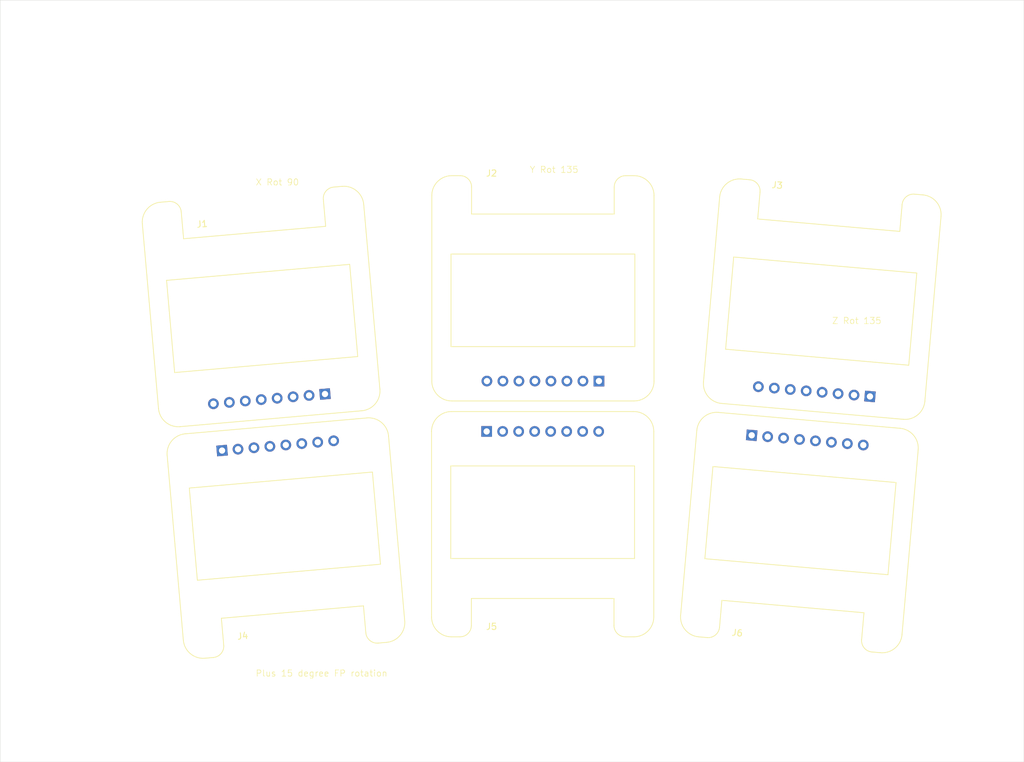
<source format=kicad_pcb>
(kicad_pcb (version 20240108) (generator "pcbnew") (generator_version "8.0")
  (layers (0 "F.Cu" signal) (31 "B.Cu" signal) (34 "B.Paste" user) (35 "F.Paste" user) (36 "B.SilkS" user "B.Silkscreen") (37 "F.SilkS" user "F.Silkscreen") (38 "B.Mask" user) (39 "F.Mask" user) (44 "Edge.Cuts" user))
  (net 0 "")
  (footprint "Display:Adafruit_SSD1306" (layer "F.Cu") (at 142.22 98.5)
    (property "Reference" "J5" (at 0.78 31 0) (layer "F.SilkS"))
    (property "Value" "Conn_01x08_Pin")
    (fp_line (start -8.746 0) (end -8.746 29.464) (stroke (width 0.12)) (layer "F.SilkS"))
    (fp_line (start -5.698 5.478) (end -5.698 20.176) (stroke (width 0.12)) (layer "F.SilkS"))
    (fp_line (start -5.698 5.478) (end 23.478 5.478) (stroke (width 0.12)) (layer "F.SilkS"))
    (fp_line (start -5.698 20.176) (end 23.478 20.176) (stroke (width 0.12)) (layer "F.SilkS"))
    (fp_line (start -4.238 32.622) (end -5.59 32.622) (stroke (width 0.12)) (layer "F.SilkS"))
    (fp_line (start -2.43 26.526) (end -2.43 30.814) (stroke (width 0.12)) (layer "F.SilkS"))
    (fp_line (start -2.43 26.526) (end 20.21 26.526) (stroke (width 0.12)) (layer "F.SilkS"))
    (fp_line (start 20.21 26.526) (end 20.21 30.814) (stroke (width 0.12)) (layer "F.SilkS"))
    (fp_line (start 22.018 32.622) (end 23.37 32.622) (stroke (width 0.12)) (layer "F.SilkS"))
    (fp_line (start 23.368 -3.158) (end -5.588 -3.158) (stroke (width 0.12)) (layer "F.SilkS"))
    (fp_line (start 23.478 5.478) (end 23.478 20.176) (stroke (width 0.12)) (layer "F.SilkS"))
    (fp_line (start 26.526 0) (end 26.526 29.464) (stroke (width 0.12)) (layer "F.SilkS"))
    (fp_arc (start -8.746 0) (mid -7.821043 -2.233043) (end -5.588 -3.158) (stroke (width 0.12)) (layer "F.SilkS"))
    (fp_arc (start -5.588 32.622) (mid -7.821043 31.697043) (end -8.746 29.464) (stroke (width 0.12)) (layer "F.SilkS"))
    (fp_arc (start -2.43 30.812) (mid -2.958137 32.091035) (end -4.236 32.622) (stroke (width 0.12)) (layer "F.SilkS"))
    (fp_arc (start 22.016 32.622) (mid 20.738137 32.091035) (end 20.21 30.812) (stroke (width 0.12)) (layer "F.SilkS"))
    (fp_arc (start 23.368 -3.158) (mid 25.601043 -2.233043) (end 26.526 0) (stroke (width 0.12)) (layer "F.SilkS"))
    (fp_arc (start 26.526 29.464) (mid 25.601043 31.697043) (end 23.368 32.622) (stroke (width 0.12)) (layer "F.SilkS"))
    (pad "" np_thru_hole circle (at -5.588 0) (size 2.7 2.7) (drill 2.7) (layers "*.Cu" "*.Mask"))
    (pad "" np_thru_hole circle (at -5.588 29.464) (size 2.7 2.7) (drill 2.7) (layers "*.Cu" "*.Mask"))
    (pad "" np_thru_hole circle (at 23.368 0) (size 2.7 2.7) (drill 2.7) (layers "*.Cu" "*.Mask"))
    (pad "" np_thru_hole circle (at 23.368 29.464) (size 2.7 2.7) (drill 2.7) (layers "*.Cu" "*.Mask"))
    (pad "1" thru_hole rect (at 0 0) (size 1.7 1.7) (drill 1) (layers "*.Cu" "*.Mask"))
    (pad "2" thru_hole circle (at 2.54 0) (size 1.7 1.7) (drill 1) (layers "*.Cu" "*.Mask"))
    (pad "3" thru_hole circle (at 5.08 0) (size 1.7 1.7) (drill 1) (layers "*.Cu" "*.Mask"))
    (pad "4" thru_hole circle (at 7.62 0) (size 1.7 1.7) (drill 1) (layers "*.Cu" "*.Mask"))
    (pad "5" thru_hole circle (at 10.16 0) (size 1.7 1.7) (drill 1) (layers "*.Cu" "*.Mask"))
    (pad "6" thru_hole circle (at 12.7 0) (size 1.7 1.7) (drill 1) (layers "*.Cu" "*.Mask"))
    (pad "7" thru_hole circle (at 15.24 0) (size 1.7 1.7) (drill 1) (layers "*.Cu" "*.Mask"))
    (pad "8" thru_hole circle (at 17.78 0) (size 1.7 1.7) (drill 1) (layers "*.Cu" "*.Mask"))
  )
  (footprint "Display:Adafruit_SSD1306" (layer "F.Cu") (at 203.060669 92.942751 175)
    (property "Reference" "J3" (at 17.5804 32.139697 175) (layer "F.SilkS"))
    (property "Value" "Conn_01x08_Pin")
    (fp_line (start 26.526 0) (end 26.526 29.464) (stroke (width 0.12)) (layer "F.SilkS"))
    (fp_line (start 23.368 -3.158) (end -5.588 -3.158) (stroke (width 0.12)) (layer "F.SilkS"))
    (fp_line (start 23.478 5.478) (end 23.478 20.176) (stroke (width 0.12)) (layer "F.SilkS"))
    (fp_line (start 22.018 32.622) (end 23.37 32.622) (stroke (width 0.12)) (layer "F.SilkS"))
    (fp_line (start 20.21 26.526) (end 20.21 30.814) (stroke (width 0.12)) (layer "F.SilkS"))
    (fp_line (start -2.43 26.526) (end 20.21 26.526) (stroke (width 0.12)) (layer "F.SilkS"))
    (fp_line (start -2.43 26.526) (end -2.43 30.814) (stroke (width 0.12)) (layer "F.SilkS"))
    (fp_line (start -5.698 5.478) (end 23.478 5.478) (stroke (width 0.12)) (layer "F.SilkS"))
    (fp_line (start -5.698 5.478) (end -5.698 20.176) (stroke (width 0.12)) (layer "F.SilkS"))
    (fp_line (start -4.238 32.622) (end -5.59 32.622) (stroke (width 0.12)) (layer "F.SilkS"))
    (fp_line (start -5.698 20.176) (end 23.478 20.176) (stroke (width 0.12)) (layer "F.SilkS"))
    (fp_line (start -8.746 0) (end -8.746 29.464) (stroke (width 0.12)) (layer "F.SilkS"))
    (fp_arc (start 26.526 29.464) (mid 25.601043 31.697044) (end 23.368 32.622) (stroke (width 0.12)) (layer "F.SilkS"))
    (fp_arc (start 23.368 -3.158) (mid 25.601043 -2.233043) (end 26.526 0) (stroke (width 0.12)) (layer "F.SilkS"))
    (fp_arc (start 22.016 32.622) (mid 20.738138 32.091034) (end 20.21 30.812) (stroke (width 0.12)) (layer "F.SilkS"))
    (fp_arc (start -2.43 30.812) (mid -2.958137 32.091035) (end -4.236 32.622) (stroke (width 0.12)) (layer "F.SilkS"))
    (fp_arc (start -5.588 32.622) (mid -7.821043 31.697043) (end -8.746 29.464) (stroke (width 0.12)) (layer "F.SilkS"))
    (fp_arc (start -8.746 0) (mid -7.821043 -2.233043) (end -5.588 -3.158) (stroke (width 0.12)) (layer "F.SilkS"))
    (pad "" np_thru_hole circle (at -5.588 0 175) (size 2.7 2.7) (drill 2.7) (layers "*.Cu" "*.Mask"))
    (pad "" np_thru_hole circle (at -5.588 29.464 175) (size 2.7 2.7) (drill 2.7) (layers "*.Cu" "*.Mask"))
    (pad "" np_thru_hole circle (at 23.368 0 175) (size 2.7 2.7) (drill 2.7) (layers "*.Cu" "*.Mask"))
    (pad "" np_thru_hole circle (at 23.368 29.464 175) (size 2.7 2.7) (drill 2.7) (layers "*.Cu" "*.Mask"))
    (pad "1" thru_hole rect (at 0 0 175) (size 1.7 1.7) (drill 1) (layers "*.Cu" "*.Mask"))
    (pad "2" thru_hole circle (at 2.540001 0 175) (size 1.7 1.7) (drill 1) (layers "*.Cu" "*.Mask"))
    (pad "3" thru_hole circle (at 5.08 0 175) (size 1.7 1.7) (drill 1) (layers "*.Cu" "*.Mask"))
    (pad "4" thru_hole circle (at 7.62 0 175) (size 1.7 1.7) (drill 1) (layers "*.Cu" "*.Mask"))
    (pad "5" thru_hole circle (at 10.16 0 175) (size 1.7 1.7) (drill 1) (layers "*.Cu" "*.Mask"))
    (pad "6" thru_hole circle (at 12.7 0 175) (size 1.7 1.7) (drill 1) (layers "*.Cu" "*.Mask"))
    (pad "7" thru_hole circle (at 15.24 0 175) (size 1.7 1.7) (drill 1) (layers "*.Cu" "*.Mask"))
    (pad "8" thru_hole circle (at 17.78 0 175) (size 1.7 1.7) (drill 1) (layers "*.Cu" "*.Mask"))
  )
  (footprint "Display:Adafruit_SSD1306" (layer "F.Cu") (at 160.04 90.5 180)
    (property "Reference" "J2" (at 17.04 33 360) (layer "F.SilkS"))
    (property "Value" "Conn_01x08_Pin")
    (fp_line (start 26.526 0) (end 26.526 29.464) (stroke (width 0.12)) (layer "F.SilkS"))
    (fp_line (start 23.478 5.478) (end 23.478 20.176) (stroke (width 0.12)) (layer "F.SilkS"))
    (fp_line (start 23.368 -3.158) (end -5.588 -3.158) (stroke (width 0.12)) (layer "F.SilkS"))
    (fp_line (start 22.018 32.622) (end 23.37 32.622) (stroke (width 0.12)) (layer "F.SilkS"))
    (fp_line (start 20.21 26.526) (end 20.21 30.814) (stroke (width 0.12)) (layer "F.SilkS"))
    (fp_line (start -2.43 26.526) (end 20.21 26.526) (stroke (width 0.12)) (layer "F.SilkS"))
    (fp_line (start -2.43 26.526) (end -2.43 30.814) (stroke (width 0.12)) (layer "F.SilkS"))
    (fp_line (start -4.238 32.622) (end -5.59 32.622) (stroke (width 0.12)) (layer "F.SilkS"))
    (fp_line (start -5.698 20.176) (end 23.478 20.176) (stroke (width 0.12)) (layer "F.SilkS"))
    (fp_line (start -5.698 5.478) (end 23.478 5.478) (stroke (width 0.12)) (layer "F.SilkS"))
    (fp_line (start -5.698 5.478) (end -5.698 20.176) (stroke (width 0.12)) (layer "F.SilkS"))
    (fp_line (start -8.746 0) (end -8.746 29.464) (stroke (width 0.12)) (layer "F.SilkS"))
    (fp_arc (start 26.526 29.464) (mid 25.601043 31.697043) (end 23.368 32.622) (stroke (width 0.12)) (layer "F.SilkS"))
    (fp_arc (start 23.368 -3.158) (mid 25.601043 -2.233043) (end 26.526 0) (stroke (width 0.12)) (layer "F.SilkS"))
    (fp_arc (start 22.016 32.622) (mid 20.738137 32.091035) (end 20.21 30.812) (stroke (width 0.12)) (layer "F.SilkS"))
    (fp_arc (start -2.43 30.812) (mid -2.958137 32.091035) (end -4.236 32.622) (stroke (width 0.12)) (layer "F.SilkS"))
    (fp_arc (start -5.588 32.622) (mid -7.821043 31.697043) (end -8.746 29.464) (stroke (width 0.12)) (layer "F.SilkS"))
    (fp_arc (start -8.746 0) (mid -7.821043 -2.233043) (end -5.588 -3.158) (stroke (width 0.12)) (layer "F.SilkS"))
    (pad "" np_thru_hole circle (at -5.588 0 180) (size 2.7 2.7) (drill 2.7) (layers "*.Cu" "*.Mask"))
    (pad "" np_thru_hole circle (at -5.588 29.464 180) (size 2.7 2.7) (drill 2.7) (layers "*.Cu" "*.Mask"))
    (pad "" np_thru_hole circle (at 23.368 0 180) (size 2.7 2.7) (drill 2.7) (layers "*.Cu" "*.Mask"))
    (pad "" np_thru_hole circle (at 23.368 29.464 180) (size 2.7 2.7) (drill 2.7) (layers "*.Cu" "*.Mask"))
    (pad "1" thru_hole rect (at 0 0 180) (size 1.7 1.7) (drill 1) (layers "*.Cu" "*.Mask"))
    (pad "2" thru_hole circle (at 2.54 0 180) (size 1.7 1.7) (drill 1) (layers "*.Cu" "*.Mask"))
    (pad "3" thru_hole circle (at 5.08 0 180) (size 1.7 1.7) (drill 1) (layers "*.Cu" "*.Mask"))
    (pad "4" thru_hole circle (at 7.62 0 180) (size 1.7 1.7) (drill 1) (layers "*.Cu" "*.Mask"))
    (pad "5" thru_hole circle (at 10.16 0 180) (size 1.7 1.7) (drill 1) (layers "*.Cu" "*.Mask"))
    (pad "6" thru_hole circle (at 12.7 0 180) (size 1.7 1.7) (drill 1) (layers "*.Cu" "*.Mask"))
    (pad "7" thru_hole circle (at 15.24 0 180) (size 1.7 1.7) (drill 1) (layers "*.Cu" "*.Mask"))
    (pad "8" thru_hole circle (at 17.78 0 180) (size 1.7 1.7) (drill 1) (layers "*.Cu" "*.Mask"))
  )
  (footprint "Display:Adafruit_SSD1306" (layer "F.Cu") (at 116.560669 92.55725 -175)
    (property "Reference" "J1" (at 17.072592 28.596794 5) (layer "F.SilkS"))
    (property "Value" "Conn_01x08_Pin")
    (fp_line (start 26.525999 0) (end 26.525999 29.464002) (stroke (width 0.12)) (layer "F.SilkS"))
    (fp_line (start 22.018 32.622001) (end 23.369999 32.621999) (stroke (width 0.12)) (layer "F.SilkS"))
    (fp_line (start 23.478 5.478) (end 23.478 20.176001) (stroke (width 0.12)) (layer "F.SilkS"))
    (fp_line (start 23.368 -3.158) (end -5.588 -3.158) (stroke (width 0.12)) (layer "F.SilkS"))
    (fp_line (start 20.21 26.525999) (end 20.21 30.813999) (stroke (width 0.12)) (layer "F.SilkS"))
    (fp_line (start -2.43 26.526) (end 20.21 26.525999) (stroke (width 0.12)) (layer "F.SilkS"))
    (fp_line (start -2.43 26.526) (end -2.43 30.814) (stroke (width 0.12)) (layer "F.SilkS"))
    (fp_line (start -4.237999 32.621999) (end -5.589999 32.622001) (stroke (width 0.12)) (layer "F.SilkS"))
    (fp_line (start -5.698 20.175999) (end 23.478 20.176001) (stroke (width 0.12)) (layer "F.SilkS"))
    (fp_line (start -5.698001 5.478) (end 23.478 5.478) (stroke (width 0.12)) (layer "F.SilkS"))
    (fp_line (start -5.698001 5.478) (end -5.698 20.175999) (stroke (width 0.12)) (layer "F.SilkS"))
    (fp_line (start -8.746 0.000001) (end -8.746 29.464001) (stroke (width 0.12)) (layer "F.SilkS"))
    (fp_arc (start 26.525999 29.464002) (mid 25.601042 31.697043) (end 23.368001 32.622) (stroke (width 0.12)) (layer "F.SilkS"))
    (fp_arc (start 22.015999 32.621998) (mid 20.738138 32.091033) (end 20.21 30.812) (stroke (width 0.12)) (layer "F.SilkS"))
    (fp_arc (start 23.368 -3.158) (mid 25.601043 -2.233043) (end 26.525999 0) (stroke (width 0.12)) (layer "F.SilkS"))
    (fp_arc (start -2.429998 30.812002) (mid -2.958136 32.091037) (end -4.236 32.622) (stroke (width 0.12)) (layer "F.SilkS"))
    (fp_arc (start -5.588001 32.622) (mid -7.821043 31.697043) (end -8.746 29.464001) (stroke (width 0.12)) (layer "F.SilkS"))
    (fp_arc (start -8.746 0.000001) (mid -7.821043 -2.233042) (end -5.588 -3.158) (stroke (width 0.12)) (layer "F.SilkS"))
    (pad "" np_thru_hole circle (at -5.588 0 185) (size 2.7 2.7) (drill 2.7) (layers "*.Cu" "*.Mask"))
    (pad "" np_thru_hole circle (at -5.588 29.464001 185) (size 2.7 2.7) (drill 2.7) (layers "*.Cu" "*.Mask"))
    (pad "" np_thru_hole circle (at 23.368 -0.000001 185) (size 2.7 2.7) (drill 2.7) (layers "*.Cu" "*.Mask"))
    (pad "" np_thru_hole circle (at 23.368001 29.464 185) (size 2.7 2.7) (drill 2.7) (layers "*.Cu" "*.Mask"))
    (pad "1" thru_hole rect (at 0 0 185) (size 1.7 1.7) (drill 1) (layers "*.Cu" "*.Mask"))
    (pad "2" thru_hole circle (at 2.540001 0 185) (size 1.7 1.7) (drill 1) (layers "*.Cu" "*.Mask"))
    (pad "3" thru_hole circle (at 5.08 0.000001 185) (size 1.7 1.7) (drill 1) (layers "*.Cu" "*.Mask"))
    (pad "4" thru_hole circle (at 7.62 0 185) (size 1.7 1.7) (drill 1) (layers "*.Cu" "*.Mask"))
    (pad "5" thru_hole circle (at 10.159998 0.000001 185) (size 1.7 1.7) (drill 1) (layers "*.Cu" "*.Mask"))
    (pad "6" thru_hole circle (at 12.7 0 185) (size 1.7 1.7) (drill 1) (layers "*.Cu" "*.Mask"))
    (pad "7" thru_hole circle (at 15.240002 0.000001 185) (size 1.7 1.7) (drill 1) (layers "*.Cu" "*.Mask"))
    (pad "8" thru_hole circle (at 17.779999 -0.000001 185) (size 1.7 1.7) (drill 1) (layers "*.Cu" "*.Mask"))
  )
  (footprint "Display:Adafruit_SSD1306" (layer "F.Cu") (at 184.288879 99.111464 -5)
    (property "Reference" "J6" (at 0.455522 31.468582 175) (layer "F.SilkS"))
    (property "Value" "Conn_01x08_Pin")
    (fp_line (start -8.745999 0) (end -8.746 29.464) (stroke (width 0.12)) (layer "F.SilkS"))
    (fp_line (start -5.697999 20.176) (end 23.477999 20.176) (stroke (width 0.12)) (layer "F.SilkS"))
    (fp_line (start -4.238 32.622) (end -5.59 32.622) (stroke (width 0.12)) (layer "F.SilkS"))
    (fp_line (start -5.697999 5.478) (end -5.697999 20.176) (stroke (width 0.12)) (layer "F.SilkS"))
    (fp_line (start -5.697999 5.478) (end 23.478 5.478) (stroke (width 0.12)) (layer "F.SilkS"))
    (fp_line (start -2.430001 26.526) (end -2.43 30.814) (stroke (width 0.12)) (layer "F.SilkS"))
    (fp_line (start -2.430001 26.526) (end 20.21 26.526) (stroke (width 0.12)) (layer "F.SilkS"))
    (fp_line (start 20.21 26.526) (end 20.21 30.814) (stroke (width 0.12)) (layer "F.SilkS"))
    (fp_line (start 22.018 32.622) (end 23.370001 32.622) (stroke (width 0.12)) (layer "F.SilkS"))
    (fp_line (start 23.478 5.478) (end 23.477999 20.176) (stroke (width 0.12)) (layer "F.SilkS"))
    (fp_line (start 23.368 -3.157999) (end -5.588 -3.158001) (stroke (width 0.12)) (layer "F.SilkS"))
    (fp_line (start 26.525999 0) (end 26.526 29.464) (stroke (width 0.12)) (layer "F.SilkS"))
    (fp_arc (start -8.745999 0) (mid -7.821043 -2.233043) (end -5.588 -3.158001) (stroke (width 0.12)) (layer "F.SilkS"))
    (fp_arc (start -5.587999 32.622) (mid -7.821043 31.697043) (end -8.746 29.464) (stroke (width 0.12)) (layer "F.SilkS"))
    (fp_arc (start -2.43 30.811999) (mid -2.958137 32.091035) (end -4.236001 32.622) (stroke (width 0.12)) (layer "F.SilkS"))
    (fp_arc (start 22.016 32.622) (mid 20.738137 32.091034) (end 20.21 30.811999) (stroke (width 0.12)) (layer "F.SilkS"))
    (fp_arc (start 23.368 -3.157999) (mid 25.601042 -2.233043) (end 26.525999 0) (stroke (width 0.12)) (layer "F.SilkS"))
    (fp_arc (start 26.526 29.464) (mid 25.601043 31.697044) (end 23.368 32.622) (stroke (width 0.12)) (layer "F.SilkS"))
    (pad "" np_thru_hole circle (at -5.588 0 355) (size 2.7 2.7) (drill 2.7) (layers "*.Cu" "*.Mask"))
    (pad "" np_thru_hole circle (at -5.588 29.464001 355) (size 2.7 2.7) (drill 2.7) (layers "*.Cu" "*.Mask"))
    (pad "" np_thru_hole circle (at 23.368 0 355) (size 2.7 2.7) (drill 2.7) (layers "*.Cu" "*.Mask"))
    (pad "" np_thru_hole circle (at 23.368 29.464 355) (size 2.7 2.7) (drill 2.7) (layers "*.Cu" "*.Mask"))
    (pad "1" thru_hole rect (at 0 0 355) (size 1.7 1.7) (drill 1) (layers "*.Cu" "*.Mask"))
    (pad "2" thru_hole circle (at 2.54 -0.000001 355) (size 1.7 1.7) (drill 1) (layers "*.Cu" "*.Mask"))
    (pad "3" thru_hole circle (at 5.08 0 355) (size 1.7 1.7) (drill 1) (layers "*.Cu" "*.Mask"))
    (pad "4" thru_hole circle (at 7.62 0 355) (size 1.7 1.7) (drill 1) (layers "*.Cu" "*.Mask"))
    (pad "5" thru_hole circle (at 10.16 0 355) (size 1.7 1.7) (drill 1) (layers "*.Cu" "*.Mask"))
    (pad "6" thru_hole circle (at 12.7 0 355) (size 1.7 1.7) (drill 1) (layers "*.Cu" "*.Mask"))
    (pad "7" thru_hole circle (at 15.240001 -0.000001 355) (size 1.7 1.7) (drill 1) (layers "*.Cu" "*.Mask"))
    (pad "8" thru_hole circle (at 17.78 0.000001 355) (size 1.7 1.7) (drill 1) (layers "*.Cu" "*.Mask"))
  )
  (footprint "Display:Adafruit_SSD1306" (layer "F.Cu") (at 100.220923 101.536655 5)
    (property "Reference" "J4" (at 0.698699 29.637018 5) (layer "F.SilkS"))
    (property "Value" "Conn_01x08_Pin")
    (fp_line (start -8.745999 0) (end -8.746 29.464) (stroke (width 0.12)) (layer "F.SilkS"))
    (fp_line (start -5.698 5.478) (end -5.698 20.176) (stroke (width 0.12)) (layer "F.SilkS"))
    (fp_line (start -5.698 5.478) (end 23.478 5.478) (stroke (width 0.12)) (layer "F.SilkS"))
    (fp_line (start -5.698 20.176) (end 23.478 20.175999) (stroke (width 0.12)) (layer "F.SilkS"))
    (fp_line (start -4.238001 32.622) (end -5.589999 32.622) (stroke (width 0.12)) (layer "F.SilkS"))
    (fp_line (start -2.43 26.526) (end -2.43 30.814) (stroke (width 0.12)) (layer "F.SilkS"))
    (fp_line (start -2.43 26.526) (end 20.210001 26.526) (stroke (width 0.12)) (layer "F.SilkS"))
    (fp_line (start 20.210001 26.526) (end 20.21 30.813999) (stroke (width 0.12)) (layer "F.SilkS"))
    (fp_line (start 23.368 -3.158) (end -5.588 -3.158) (stroke (width 0.12)) (layer "F.SilkS"))
    (fp_line (start 23.478 5.478) (end 23.478 20.175999) (stroke (width 0.12)) (layer "F.SilkS"))
    (fp_line (start 22.018 32.622001) (end 23.37 32.622) (stroke (width 0.12)) (layer "F.SilkS"))
    (fp_line (start 26.525999 0) (end 26.526 29.464001) (stroke (width 0.12)) (layer "F.SilkS"))
    (fp_arc (start -8.745999 0) (mid -7.821042 -2.233042) (end -5.588 -3.158) (stroke (width 0.12)) (layer "F.SilkS"))
    (fp_arc (start -5.588 32.622) (mid -7.821043 31.697043) (end -8.746 29.464) (stroke (width 0.12)) (layer "F.SilkS"))
    (fp_arc (start -2.43 30.812001) (mid -2.958137 32.091035) (end -4.236 32.622) (stroke (width 0.12)) (layer "F.SilkS"))
    (fp_arc (start 23.368 -3.158) (mid 25.601043 -2.233042) (end 26.525999 0) (stroke (width 0.12)) (layer "F.SilkS"))
    (fp_arc (start 22.015999 32.621999) (mid 20.738137 32.091034) (end 20.209999 30.811999) (stroke (width 0.12)) (layer "F.SilkS"))
    (fp_arc (start 26.526 29.464001) (mid 25.601043 31.697043) (end 23.368001 32.622) (stroke (width 0.12)) (layer "F.SilkS"))
    (pad "" np_thru_hole circle (at -5.588 0 5) (size 2.7 2.7) (drill 2.7) (layers "*.Cu" "*.Mask"))
    (pad "" np_thru_hole circle (at -5.588 29.464001 5) (size 2.7 2.7) (drill 2.7) (layers "*.Cu" "*.Mask"))
    (pad "" np_thru_hole circle (at 23.367999 0 5) (size 2.7 2.7) (drill 2.7) (layers "*.Cu" "*.Mask"))
    (pad "" np_thru_hole circle (at 23.368 29.464 5) (size 2.7 2.7) (drill 2.7) (layers "*.Cu" "*.Mask"))
    (pad "1" thru_hole rect (at 0 0 5) (size 1.7 1.7) (drill 1) (layers "*.Cu" "*.Mask"))
    (pad "2" thru_hole circle (at 2.539999 0.000001 5) (size 1.7 1.7) (drill 1) (layers "*.Cu" "*.Mask"))
    (pad "3" thru_hole circle (at 5.08 0 5) (size 1.7 1.7) (drill 1) (layers "*.Cu" "*.Mask"))
    (pad "4" thru_hole circle (at 7.62 0 5) (size 1.7 1.7) (drill 1) (layers "*.Cu" "*.Mask"))
    (pad "5" thru_hole circle (at 10.160001 -0.000001 5) (size 1.7 1.7) (drill 1) (layers "*.Cu" "*.Mask"))
    (pad "6" thru_hole circle (at 12.7 0 5) (size 1.7 1.7) (drill 1) (layers "*.Cu" "*.Mask"))
    (pad "7" thru_hole circle (at 15.24 0.000001 5) (size 1.7 1.7) (drill 1) (layers "*.Cu" "*.Mask"))
    (pad "8" thru_hole circle (at 17.780001 0 5) (size 1.7 1.7) (drill 1) (layers "*.Cu" "*.Mask"))
  )
  (gr_rect (start 65 30) (end 227.5 151) (stroke (width 0.05)) (fill none) (layer "Edge.Cuts"))
  (gr_text "Z Rot 135" (at 197 81.5 0) (layer "F.SilkS") (effects (font (size 1 1) (thickness 0.1)) (justify left bottom)))
  (gr_text "Plus 15 degree FP rotation" (at 105.5 137.5 0) (layer "F.SilkS") (effects (font (size 1 1) (thickness 0.1)) (justify left bottom)))
  (gr_text "Y Rot 135" (at 149 57.5 0) (layer "F.SilkS") (effects (font (size 1 1) (thickness 0.1)) (justify left bottom)))
  (gr_text "X Rot 90" (at 105.5 59.5 0) (layer "F.SilkS") (effects (font (size 1 1) (thickness 0.1)) (justify left bottom)))
)
</source>
